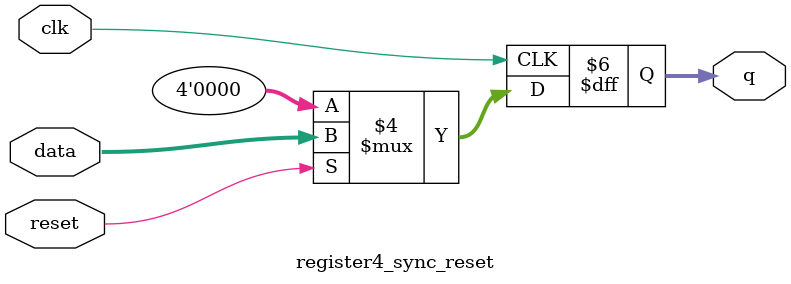
<source format=v>
`timescale 1ns / 1ps
`default_nettype none

module register4_sync_reset(
	input  wire clk,
	input  wire reset,
	input  wire [3:0] data,
	output reg [3:0] q
    );
	 
	always @ (posedge clk) begin
		if (reset == 1'b0) begin
			q <= 4'b0;
		end else begin
			q <= data;
		end
	end
endmodule

</source>
